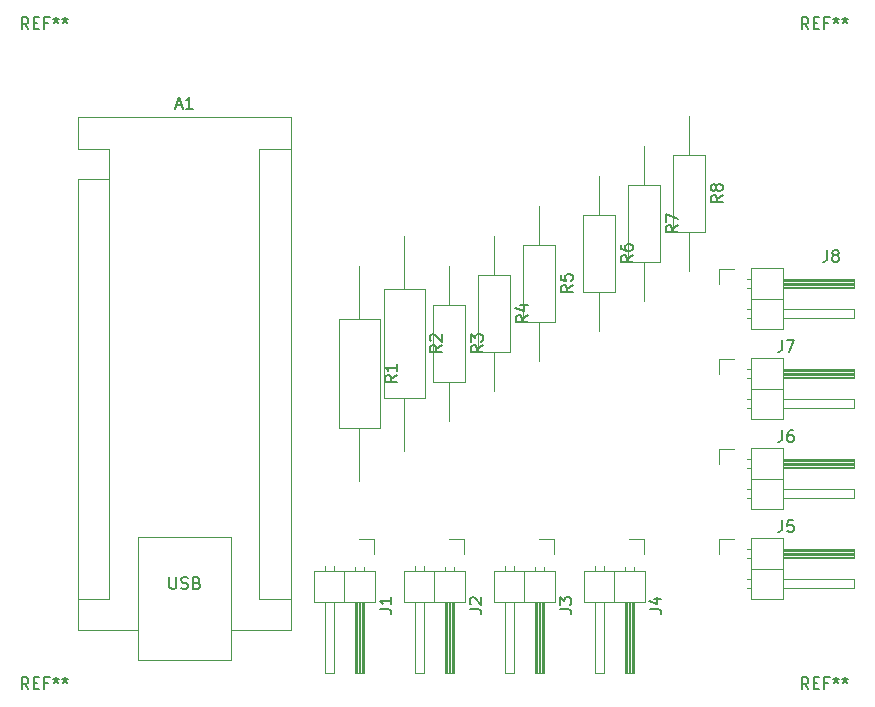
<source format=gbr>
%TF.GenerationSoftware,KiCad,Pcbnew,8.0.6*%
%TF.CreationDate,2025-03-08T18:58:06-08:00*%
%TF.ProjectId,8CH Thermal Monitor,38434820-5468-4657-926d-616c204d6f6e,rev?*%
%TF.SameCoordinates,PX7df6180PY8670810*%
%TF.FileFunction,Legend,Top*%
%TF.FilePolarity,Positive*%
%FSLAX46Y46*%
G04 Gerber Fmt 4.6, Leading zero omitted, Abs format (unit mm)*
G04 Created by KiCad (PCBNEW 8.0.6) date 2025-03-08 18:58:06*
%MOMM*%
%LPD*%
G01*
G04 APERTURE LIST*
%ADD10C,0.150000*%
%ADD11C,0.120000*%
G04 APERTURE END LIST*
D10*
X43464819Y39203334D02*
X42988628Y38870001D01*
X43464819Y38631906D02*
X42464819Y38631906D01*
X42464819Y38631906D02*
X42464819Y39012858D01*
X42464819Y39012858D02*
X42512438Y39108096D01*
X42512438Y39108096D02*
X42560057Y39155715D01*
X42560057Y39155715D02*
X42655295Y39203334D01*
X42655295Y39203334D02*
X42798152Y39203334D01*
X42798152Y39203334D02*
X42893390Y39155715D01*
X42893390Y39155715D02*
X42941009Y39108096D01*
X42941009Y39108096D02*
X42988628Y39012858D01*
X42988628Y39012858D02*
X42988628Y38631906D01*
X42464819Y39536668D02*
X42464819Y40155715D01*
X42464819Y40155715D02*
X42845771Y39822382D01*
X42845771Y39822382D02*
X42845771Y39965239D01*
X42845771Y39965239D02*
X42893390Y40060477D01*
X42893390Y40060477D02*
X42941009Y40108096D01*
X42941009Y40108096D02*
X43036247Y40155715D01*
X43036247Y40155715D02*
X43274342Y40155715D01*
X43274342Y40155715D02*
X43369580Y40108096D01*
X43369580Y40108096D02*
X43417200Y40060477D01*
X43417200Y40060477D02*
X43464819Y39965239D01*
X43464819Y39965239D02*
X43464819Y39679525D01*
X43464819Y39679525D02*
X43417200Y39584287D01*
X43417200Y39584287D02*
X43369580Y39536668D01*
X56164819Y46823334D02*
X55688628Y46490001D01*
X56164819Y46251906D02*
X55164819Y46251906D01*
X55164819Y46251906D02*
X55164819Y46632858D01*
X55164819Y46632858D02*
X55212438Y46728096D01*
X55212438Y46728096D02*
X55260057Y46775715D01*
X55260057Y46775715D02*
X55355295Y46823334D01*
X55355295Y46823334D02*
X55498152Y46823334D01*
X55498152Y46823334D02*
X55593390Y46775715D01*
X55593390Y46775715D02*
X55641009Y46728096D01*
X55641009Y46728096D02*
X55688628Y46632858D01*
X55688628Y46632858D02*
X55688628Y46251906D01*
X55164819Y47680477D02*
X55164819Y47490001D01*
X55164819Y47490001D02*
X55212438Y47394763D01*
X55212438Y47394763D02*
X55260057Y47347144D01*
X55260057Y47347144D02*
X55402914Y47251906D01*
X55402914Y47251906D02*
X55593390Y47204287D01*
X55593390Y47204287D02*
X55974342Y47204287D01*
X55974342Y47204287D02*
X56069580Y47251906D01*
X56069580Y47251906D02*
X56117200Y47299525D01*
X56117200Y47299525D02*
X56164819Y47394763D01*
X56164819Y47394763D02*
X56164819Y47585239D01*
X56164819Y47585239D02*
X56117200Y47680477D01*
X56117200Y47680477D02*
X56069580Y47728096D01*
X56069580Y47728096D02*
X55974342Y47775715D01*
X55974342Y47775715D02*
X55736247Y47775715D01*
X55736247Y47775715D02*
X55641009Y47728096D01*
X55641009Y47728096D02*
X55593390Y47680477D01*
X55593390Y47680477D02*
X55545771Y47585239D01*
X55545771Y47585239D02*
X55545771Y47394763D01*
X55545771Y47394763D02*
X55593390Y47299525D01*
X55593390Y47299525D02*
X55641009Y47251906D01*
X55641009Y47251906D02*
X55736247Y47204287D01*
X68821666Y32025181D02*
X68821666Y31310896D01*
X68821666Y31310896D02*
X68774047Y31168039D01*
X68774047Y31168039D02*
X68678809Y31072800D01*
X68678809Y31072800D02*
X68535952Y31025181D01*
X68535952Y31025181D02*
X68440714Y31025181D01*
X69726428Y32025181D02*
X69535952Y32025181D01*
X69535952Y32025181D02*
X69440714Y31977562D01*
X69440714Y31977562D02*
X69393095Y31929943D01*
X69393095Y31929943D02*
X69297857Y31787086D01*
X69297857Y31787086D02*
X69250238Y31596610D01*
X69250238Y31596610D02*
X69250238Y31215658D01*
X69250238Y31215658D02*
X69297857Y31120420D01*
X69297857Y31120420D02*
X69345476Y31072800D01*
X69345476Y31072800D02*
X69440714Y31025181D01*
X69440714Y31025181D02*
X69631190Y31025181D01*
X69631190Y31025181D02*
X69726428Y31072800D01*
X69726428Y31072800D02*
X69774047Y31120420D01*
X69774047Y31120420D02*
X69821666Y31215658D01*
X69821666Y31215658D02*
X69821666Y31453753D01*
X69821666Y31453753D02*
X69774047Y31548991D01*
X69774047Y31548991D02*
X69726428Y31596610D01*
X69726428Y31596610D02*
X69631190Y31644229D01*
X69631190Y31644229D02*
X69440714Y31644229D01*
X69440714Y31644229D02*
X69345476Y31596610D01*
X69345476Y31596610D02*
X69297857Y31548991D01*
X69297857Y31548991D02*
X69250238Y31453753D01*
X17495714Y59520896D02*
X17971904Y59520896D01*
X17400476Y59235181D02*
X17733809Y60235181D01*
X17733809Y60235181D02*
X18067142Y59235181D01*
X18924285Y59235181D02*
X18352857Y59235181D01*
X18638571Y59235181D02*
X18638571Y60235181D01*
X18638571Y60235181D02*
X18543333Y60092324D01*
X18543333Y60092324D02*
X18448095Y59997086D01*
X18448095Y59997086D02*
X18352857Y59949467D01*
X16948095Y19595181D02*
X16948095Y18785658D01*
X16948095Y18785658D02*
X16995714Y18690420D01*
X16995714Y18690420D02*
X17043333Y18642800D01*
X17043333Y18642800D02*
X17138571Y18595181D01*
X17138571Y18595181D02*
X17329047Y18595181D01*
X17329047Y18595181D02*
X17424285Y18642800D01*
X17424285Y18642800D02*
X17471904Y18690420D01*
X17471904Y18690420D02*
X17519523Y18785658D01*
X17519523Y18785658D02*
X17519523Y19595181D01*
X17948095Y18642800D02*
X18090952Y18595181D01*
X18090952Y18595181D02*
X18329047Y18595181D01*
X18329047Y18595181D02*
X18424285Y18642800D01*
X18424285Y18642800D02*
X18471904Y18690420D01*
X18471904Y18690420D02*
X18519523Y18785658D01*
X18519523Y18785658D02*
X18519523Y18880896D01*
X18519523Y18880896D02*
X18471904Y18976134D01*
X18471904Y18976134D02*
X18424285Y19023753D01*
X18424285Y19023753D02*
X18329047Y19071372D01*
X18329047Y19071372D02*
X18138571Y19118991D01*
X18138571Y19118991D02*
X18043333Y19166610D01*
X18043333Y19166610D02*
X17995714Y19214229D01*
X17995714Y19214229D02*
X17948095Y19309467D01*
X17948095Y19309467D02*
X17948095Y19404705D01*
X17948095Y19404705D02*
X17995714Y19499943D01*
X17995714Y19499943D02*
X18043333Y19547562D01*
X18043333Y19547562D02*
X18138571Y19595181D01*
X18138571Y19595181D02*
X18376666Y19595181D01*
X18376666Y19595181D02*
X18519523Y19547562D01*
X19281428Y19118991D02*
X19424285Y19071372D01*
X19424285Y19071372D02*
X19471904Y19023753D01*
X19471904Y19023753D02*
X19519523Y18928515D01*
X19519523Y18928515D02*
X19519523Y18785658D01*
X19519523Y18785658D02*
X19471904Y18690420D01*
X19471904Y18690420D02*
X19424285Y18642800D01*
X19424285Y18642800D02*
X19329047Y18595181D01*
X19329047Y18595181D02*
X18948095Y18595181D01*
X18948095Y18595181D02*
X18948095Y19595181D01*
X18948095Y19595181D02*
X19281428Y19595181D01*
X19281428Y19595181D02*
X19376666Y19547562D01*
X19376666Y19547562D02*
X19424285Y19499943D01*
X19424285Y19499943D02*
X19471904Y19404705D01*
X19471904Y19404705D02*
X19471904Y19309467D01*
X19471904Y19309467D02*
X19424285Y19214229D01*
X19424285Y19214229D02*
X19376666Y19166610D01*
X19376666Y19166610D02*
X19281428Y19118991D01*
X19281428Y19118991D02*
X18948095Y19118991D01*
X5016666Y65975181D02*
X4683333Y66451372D01*
X4445238Y65975181D02*
X4445238Y66975181D01*
X4445238Y66975181D02*
X4826190Y66975181D01*
X4826190Y66975181D02*
X4921428Y66927562D01*
X4921428Y66927562D02*
X4969047Y66879943D01*
X4969047Y66879943D02*
X5016666Y66784705D01*
X5016666Y66784705D02*
X5016666Y66641848D01*
X5016666Y66641848D02*
X4969047Y66546610D01*
X4969047Y66546610D02*
X4921428Y66498991D01*
X4921428Y66498991D02*
X4826190Y66451372D01*
X4826190Y66451372D02*
X4445238Y66451372D01*
X5445238Y66498991D02*
X5778571Y66498991D01*
X5921428Y65975181D02*
X5445238Y65975181D01*
X5445238Y65975181D02*
X5445238Y66975181D01*
X5445238Y66975181D02*
X5921428Y66975181D01*
X6683333Y66498991D02*
X6350000Y66498991D01*
X6350000Y65975181D02*
X6350000Y66975181D01*
X6350000Y66975181D02*
X6826190Y66975181D01*
X7350000Y66975181D02*
X7350000Y66737086D01*
X7111905Y66832324D02*
X7350000Y66737086D01*
X7350000Y66737086D02*
X7588095Y66832324D01*
X7207143Y66546610D02*
X7350000Y66737086D01*
X7350000Y66737086D02*
X7492857Y66546610D01*
X8111905Y66975181D02*
X8111905Y66737086D01*
X7873810Y66832324D02*
X8111905Y66737086D01*
X8111905Y66737086D02*
X8350000Y66832324D01*
X7969048Y66546610D02*
X8111905Y66737086D01*
X8111905Y66737086D02*
X8254762Y66546610D01*
X72631666Y47265181D02*
X72631666Y46550896D01*
X72631666Y46550896D02*
X72584047Y46408039D01*
X72584047Y46408039D02*
X72488809Y46312800D01*
X72488809Y46312800D02*
X72345952Y46265181D01*
X72345952Y46265181D02*
X72250714Y46265181D01*
X73250714Y46836610D02*
X73155476Y46884229D01*
X73155476Y46884229D02*
X73107857Y46931848D01*
X73107857Y46931848D02*
X73060238Y47027086D01*
X73060238Y47027086D02*
X73060238Y47074705D01*
X73060238Y47074705D02*
X73107857Y47169943D01*
X73107857Y47169943D02*
X73155476Y47217562D01*
X73155476Y47217562D02*
X73250714Y47265181D01*
X73250714Y47265181D02*
X73441190Y47265181D01*
X73441190Y47265181D02*
X73536428Y47217562D01*
X73536428Y47217562D02*
X73584047Y47169943D01*
X73584047Y47169943D02*
X73631666Y47074705D01*
X73631666Y47074705D02*
X73631666Y47027086D01*
X73631666Y47027086D02*
X73584047Y46931848D01*
X73584047Y46931848D02*
X73536428Y46884229D01*
X73536428Y46884229D02*
X73441190Y46836610D01*
X73441190Y46836610D02*
X73250714Y46836610D01*
X73250714Y46836610D02*
X73155476Y46788991D01*
X73155476Y46788991D02*
X73107857Y46741372D01*
X73107857Y46741372D02*
X73060238Y46646134D01*
X73060238Y46646134D02*
X73060238Y46455658D01*
X73060238Y46455658D02*
X73107857Y46360420D01*
X73107857Y46360420D02*
X73155476Y46312800D01*
X73155476Y46312800D02*
X73250714Y46265181D01*
X73250714Y46265181D02*
X73441190Y46265181D01*
X73441190Y46265181D02*
X73536428Y46312800D01*
X73536428Y46312800D02*
X73584047Y46360420D01*
X73584047Y46360420D02*
X73631666Y46455658D01*
X73631666Y46455658D02*
X73631666Y46646134D01*
X73631666Y46646134D02*
X73584047Y46741372D01*
X73584047Y46741372D02*
X73536428Y46788991D01*
X73536428Y46788991D02*
X73441190Y46836610D01*
X5016666Y10095181D02*
X4683333Y10571372D01*
X4445238Y10095181D02*
X4445238Y11095181D01*
X4445238Y11095181D02*
X4826190Y11095181D01*
X4826190Y11095181D02*
X4921428Y11047562D01*
X4921428Y11047562D02*
X4969047Y10999943D01*
X4969047Y10999943D02*
X5016666Y10904705D01*
X5016666Y10904705D02*
X5016666Y10761848D01*
X5016666Y10761848D02*
X4969047Y10666610D01*
X4969047Y10666610D02*
X4921428Y10618991D01*
X4921428Y10618991D02*
X4826190Y10571372D01*
X4826190Y10571372D02*
X4445238Y10571372D01*
X5445238Y10618991D02*
X5778571Y10618991D01*
X5921428Y10095181D02*
X5445238Y10095181D01*
X5445238Y10095181D02*
X5445238Y11095181D01*
X5445238Y11095181D02*
X5921428Y11095181D01*
X6683333Y10618991D02*
X6350000Y10618991D01*
X6350000Y10095181D02*
X6350000Y11095181D01*
X6350000Y11095181D02*
X6826190Y11095181D01*
X7350000Y11095181D02*
X7350000Y10857086D01*
X7111905Y10952324D02*
X7350000Y10857086D01*
X7350000Y10857086D02*
X7588095Y10952324D01*
X7207143Y10666610D02*
X7350000Y10857086D01*
X7350000Y10857086D02*
X7492857Y10666610D01*
X8111905Y11095181D02*
X8111905Y10857086D01*
X7873810Y10952324D02*
X8111905Y10857086D01*
X8111905Y10857086D02*
X8350000Y10952324D01*
X7969048Y10666610D02*
X8111905Y10857086D01*
X8111905Y10857086D02*
X8254762Y10666610D01*
X71056666Y65975181D02*
X70723333Y66451372D01*
X70485238Y65975181D02*
X70485238Y66975181D01*
X70485238Y66975181D02*
X70866190Y66975181D01*
X70866190Y66975181D02*
X70961428Y66927562D01*
X70961428Y66927562D02*
X71009047Y66879943D01*
X71009047Y66879943D02*
X71056666Y66784705D01*
X71056666Y66784705D02*
X71056666Y66641848D01*
X71056666Y66641848D02*
X71009047Y66546610D01*
X71009047Y66546610D02*
X70961428Y66498991D01*
X70961428Y66498991D02*
X70866190Y66451372D01*
X70866190Y66451372D02*
X70485238Y66451372D01*
X71485238Y66498991D02*
X71818571Y66498991D01*
X71961428Y65975181D02*
X71485238Y65975181D01*
X71485238Y65975181D02*
X71485238Y66975181D01*
X71485238Y66975181D02*
X71961428Y66975181D01*
X72723333Y66498991D02*
X72390000Y66498991D01*
X72390000Y65975181D02*
X72390000Y66975181D01*
X72390000Y66975181D02*
X72866190Y66975181D01*
X73390000Y66975181D02*
X73390000Y66737086D01*
X73151905Y66832324D02*
X73390000Y66737086D01*
X73390000Y66737086D02*
X73628095Y66832324D01*
X73247143Y66546610D02*
X73390000Y66737086D01*
X73390000Y66737086D02*
X73532857Y66546610D01*
X74151905Y66975181D02*
X74151905Y66737086D01*
X73913810Y66832324D02*
X74151905Y66737086D01*
X74151905Y66737086D02*
X74390000Y66832324D01*
X74009048Y66546610D02*
X74151905Y66737086D01*
X74151905Y66737086D02*
X74294762Y66546610D01*
X57604819Y16871667D02*
X58319104Y16871667D01*
X58319104Y16871667D02*
X58461961Y16824048D01*
X58461961Y16824048D02*
X58557200Y16728810D01*
X58557200Y16728810D02*
X58604819Y16585953D01*
X58604819Y16585953D02*
X58604819Y16490715D01*
X57938152Y17776429D02*
X58604819Y17776429D01*
X57557200Y17538334D02*
X58271485Y17300239D01*
X58271485Y17300239D02*
X58271485Y17919286D01*
X71056666Y10095181D02*
X70723333Y10571372D01*
X70485238Y10095181D02*
X70485238Y11095181D01*
X70485238Y11095181D02*
X70866190Y11095181D01*
X70866190Y11095181D02*
X70961428Y11047562D01*
X70961428Y11047562D02*
X71009047Y10999943D01*
X71009047Y10999943D02*
X71056666Y10904705D01*
X71056666Y10904705D02*
X71056666Y10761848D01*
X71056666Y10761848D02*
X71009047Y10666610D01*
X71009047Y10666610D02*
X70961428Y10618991D01*
X70961428Y10618991D02*
X70866190Y10571372D01*
X70866190Y10571372D02*
X70485238Y10571372D01*
X71485238Y10618991D02*
X71818571Y10618991D01*
X71961428Y10095181D02*
X71485238Y10095181D01*
X71485238Y10095181D02*
X71485238Y11095181D01*
X71485238Y11095181D02*
X71961428Y11095181D01*
X72723333Y10618991D02*
X72390000Y10618991D01*
X72390000Y10095181D02*
X72390000Y11095181D01*
X72390000Y11095181D02*
X72866190Y11095181D01*
X73390000Y11095181D02*
X73390000Y10857086D01*
X73151905Y10952324D02*
X73390000Y10857086D01*
X73390000Y10857086D02*
X73628095Y10952324D01*
X73247143Y10666610D02*
X73390000Y10857086D01*
X73390000Y10857086D02*
X73532857Y10666610D01*
X74151905Y11095181D02*
X74151905Y10857086D01*
X73913810Y10952324D02*
X74151905Y10857086D01*
X74151905Y10857086D02*
X74390000Y10952324D01*
X74009048Y10666610D02*
X74151905Y10857086D01*
X74151905Y10857086D02*
X74294762Y10666610D01*
X49984819Y16871667D02*
X50699104Y16871667D01*
X50699104Y16871667D02*
X50841961Y16824048D01*
X50841961Y16824048D02*
X50937200Y16728810D01*
X50937200Y16728810D02*
X50984819Y16585953D01*
X50984819Y16585953D02*
X50984819Y16490715D01*
X49984819Y17252620D02*
X49984819Y17871667D01*
X49984819Y17871667D02*
X50365771Y17538334D01*
X50365771Y17538334D02*
X50365771Y17681191D01*
X50365771Y17681191D02*
X50413390Y17776429D01*
X50413390Y17776429D02*
X50461009Y17824048D01*
X50461009Y17824048D02*
X50556247Y17871667D01*
X50556247Y17871667D02*
X50794342Y17871667D01*
X50794342Y17871667D02*
X50889580Y17824048D01*
X50889580Y17824048D02*
X50937200Y17776429D01*
X50937200Y17776429D02*
X50984819Y17681191D01*
X50984819Y17681191D02*
X50984819Y17395477D01*
X50984819Y17395477D02*
X50937200Y17300239D01*
X50937200Y17300239D02*
X50889580Y17252620D01*
X36194819Y36663334D02*
X35718628Y36330001D01*
X36194819Y36091906D02*
X35194819Y36091906D01*
X35194819Y36091906D02*
X35194819Y36472858D01*
X35194819Y36472858D02*
X35242438Y36568096D01*
X35242438Y36568096D02*
X35290057Y36615715D01*
X35290057Y36615715D02*
X35385295Y36663334D01*
X35385295Y36663334D02*
X35528152Y36663334D01*
X35528152Y36663334D02*
X35623390Y36615715D01*
X35623390Y36615715D02*
X35671009Y36568096D01*
X35671009Y36568096D02*
X35718628Y36472858D01*
X35718628Y36472858D02*
X35718628Y36091906D01*
X36194819Y37615715D02*
X36194819Y37044287D01*
X36194819Y37330001D02*
X35194819Y37330001D01*
X35194819Y37330001D02*
X35337676Y37234763D01*
X35337676Y37234763D02*
X35432914Y37139525D01*
X35432914Y37139525D02*
X35480533Y37044287D01*
X68821666Y24405181D02*
X68821666Y23690896D01*
X68821666Y23690896D02*
X68774047Y23548039D01*
X68774047Y23548039D02*
X68678809Y23452800D01*
X68678809Y23452800D02*
X68535952Y23405181D01*
X68535952Y23405181D02*
X68440714Y23405181D01*
X69774047Y24405181D02*
X69297857Y24405181D01*
X69297857Y24405181D02*
X69250238Y23928991D01*
X69250238Y23928991D02*
X69297857Y23976610D01*
X69297857Y23976610D02*
X69393095Y24024229D01*
X69393095Y24024229D02*
X69631190Y24024229D01*
X69631190Y24024229D02*
X69726428Y23976610D01*
X69726428Y23976610D02*
X69774047Y23928991D01*
X69774047Y23928991D02*
X69821666Y23833753D01*
X69821666Y23833753D02*
X69821666Y23595658D01*
X69821666Y23595658D02*
X69774047Y23500420D01*
X69774047Y23500420D02*
X69726428Y23452800D01*
X69726428Y23452800D02*
X69631190Y23405181D01*
X69631190Y23405181D02*
X69393095Y23405181D01*
X69393095Y23405181D02*
X69297857Y23452800D01*
X69297857Y23452800D02*
X69250238Y23500420D01*
X40004819Y39203334D02*
X39528628Y38870001D01*
X40004819Y38631906D02*
X39004819Y38631906D01*
X39004819Y38631906D02*
X39004819Y39012858D01*
X39004819Y39012858D02*
X39052438Y39108096D01*
X39052438Y39108096D02*
X39100057Y39155715D01*
X39100057Y39155715D02*
X39195295Y39203334D01*
X39195295Y39203334D02*
X39338152Y39203334D01*
X39338152Y39203334D02*
X39433390Y39155715D01*
X39433390Y39155715D02*
X39481009Y39108096D01*
X39481009Y39108096D02*
X39528628Y39012858D01*
X39528628Y39012858D02*
X39528628Y38631906D01*
X39100057Y39584287D02*
X39052438Y39631906D01*
X39052438Y39631906D02*
X39004819Y39727144D01*
X39004819Y39727144D02*
X39004819Y39965239D01*
X39004819Y39965239D02*
X39052438Y40060477D01*
X39052438Y40060477D02*
X39100057Y40108096D01*
X39100057Y40108096D02*
X39195295Y40155715D01*
X39195295Y40155715D02*
X39290533Y40155715D01*
X39290533Y40155715D02*
X39433390Y40108096D01*
X39433390Y40108096D02*
X40004819Y39536668D01*
X40004819Y39536668D02*
X40004819Y40155715D01*
X68821666Y39645181D02*
X68821666Y38930896D01*
X68821666Y38930896D02*
X68774047Y38788039D01*
X68774047Y38788039D02*
X68678809Y38692800D01*
X68678809Y38692800D02*
X68535952Y38645181D01*
X68535952Y38645181D02*
X68440714Y38645181D01*
X69202619Y39645181D02*
X69869285Y39645181D01*
X69869285Y39645181D02*
X69440714Y38645181D01*
X59974819Y49363334D02*
X59498628Y49030001D01*
X59974819Y48791906D02*
X58974819Y48791906D01*
X58974819Y48791906D02*
X58974819Y49172858D01*
X58974819Y49172858D02*
X59022438Y49268096D01*
X59022438Y49268096D02*
X59070057Y49315715D01*
X59070057Y49315715D02*
X59165295Y49363334D01*
X59165295Y49363334D02*
X59308152Y49363334D01*
X59308152Y49363334D02*
X59403390Y49315715D01*
X59403390Y49315715D02*
X59451009Y49268096D01*
X59451009Y49268096D02*
X59498628Y49172858D01*
X59498628Y49172858D02*
X59498628Y48791906D01*
X58974819Y49696668D02*
X58974819Y50363334D01*
X58974819Y50363334D02*
X59974819Y49934763D01*
X47274819Y41743334D02*
X46798628Y41410001D01*
X47274819Y41171906D02*
X46274819Y41171906D01*
X46274819Y41171906D02*
X46274819Y41552858D01*
X46274819Y41552858D02*
X46322438Y41648096D01*
X46322438Y41648096D02*
X46370057Y41695715D01*
X46370057Y41695715D02*
X46465295Y41743334D01*
X46465295Y41743334D02*
X46608152Y41743334D01*
X46608152Y41743334D02*
X46703390Y41695715D01*
X46703390Y41695715D02*
X46751009Y41648096D01*
X46751009Y41648096D02*
X46798628Y41552858D01*
X46798628Y41552858D02*
X46798628Y41171906D01*
X46608152Y42600477D02*
X47274819Y42600477D01*
X46227200Y42362382D02*
X46941485Y42124287D01*
X46941485Y42124287D02*
X46941485Y42743334D01*
X51084819Y44283334D02*
X50608628Y43950001D01*
X51084819Y43711906D02*
X50084819Y43711906D01*
X50084819Y43711906D02*
X50084819Y44092858D01*
X50084819Y44092858D02*
X50132438Y44188096D01*
X50132438Y44188096D02*
X50180057Y44235715D01*
X50180057Y44235715D02*
X50275295Y44283334D01*
X50275295Y44283334D02*
X50418152Y44283334D01*
X50418152Y44283334D02*
X50513390Y44235715D01*
X50513390Y44235715D02*
X50561009Y44188096D01*
X50561009Y44188096D02*
X50608628Y44092858D01*
X50608628Y44092858D02*
X50608628Y43711906D01*
X50084819Y45188096D02*
X50084819Y44711906D01*
X50084819Y44711906D02*
X50561009Y44664287D01*
X50561009Y44664287D02*
X50513390Y44711906D01*
X50513390Y44711906D02*
X50465771Y44807144D01*
X50465771Y44807144D02*
X50465771Y45045239D01*
X50465771Y45045239D02*
X50513390Y45140477D01*
X50513390Y45140477D02*
X50561009Y45188096D01*
X50561009Y45188096D02*
X50656247Y45235715D01*
X50656247Y45235715D02*
X50894342Y45235715D01*
X50894342Y45235715D02*
X50989580Y45188096D01*
X50989580Y45188096D02*
X51037200Y45140477D01*
X51037200Y45140477D02*
X51084819Y45045239D01*
X51084819Y45045239D02*
X51084819Y44807144D01*
X51084819Y44807144D02*
X51037200Y44711906D01*
X51037200Y44711906D02*
X50989580Y44664287D01*
X34744819Y16871667D02*
X35459104Y16871667D01*
X35459104Y16871667D02*
X35601961Y16824048D01*
X35601961Y16824048D02*
X35697200Y16728810D01*
X35697200Y16728810D02*
X35744819Y16585953D01*
X35744819Y16585953D02*
X35744819Y16490715D01*
X35744819Y17871667D02*
X35744819Y17300239D01*
X35744819Y17585953D02*
X34744819Y17585953D01*
X34744819Y17585953D02*
X34887676Y17490715D01*
X34887676Y17490715D02*
X34982914Y17395477D01*
X34982914Y17395477D02*
X35030533Y17300239D01*
X42364819Y16871667D02*
X43079104Y16871667D01*
X43079104Y16871667D02*
X43221961Y16824048D01*
X43221961Y16824048D02*
X43317200Y16728810D01*
X43317200Y16728810D02*
X43364819Y16585953D01*
X43364819Y16585953D02*
X43364819Y16490715D01*
X42460057Y17300239D02*
X42412438Y17347858D01*
X42412438Y17347858D02*
X42364819Y17443096D01*
X42364819Y17443096D02*
X42364819Y17681191D01*
X42364819Y17681191D02*
X42412438Y17776429D01*
X42412438Y17776429D02*
X42460057Y17824048D01*
X42460057Y17824048D02*
X42555295Y17871667D01*
X42555295Y17871667D02*
X42650533Y17871667D01*
X42650533Y17871667D02*
X42793390Y17824048D01*
X42793390Y17824048D02*
X43364819Y17252620D01*
X43364819Y17252620D02*
X43364819Y17871667D01*
X63784819Y51903334D02*
X63308628Y51570001D01*
X63784819Y51331906D02*
X62784819Y51331906D01*
X62784819Y51331906D02*
X62784819Y51712858D01*
X62784819Y51712858D02*
X62832438Y51808096D01*
X62832438Y51808096D02*
X62880057Y51855715D01*
X62880057Y51855715D02*
X62975295Y51903334D01*
X62975295Y51903334D02*
X63118152Y51903334D01*
X63118152Y51903334D02*
X63213390Y51855715D01*
X63213390Y51855715D02*
X63261009Y51808096D01*
X63261009Y51808096D02*
X63308628Y51712858D01*
X63308628Y51712858D02*
X63308628Y51331906D01*
X63213390Y52474763D02*
X63165771Y52379525D01*
X63165771Y52379525D02*
X63118152Y52331906D01*
X63118152Y52331906D02*
X63022914Y52284287D01*
X63022914Y52284287D02*
X62975295Y52284287D01*
X62975295Y52284287D02*
X62880057Y52331906D01*
X62880057Y52331906D02*
X62832438Y52379525D01*
X62832438Y52379525D02*
X62784819Y52474763D01*
X62784819Y52474763D02*
X62784819Y52665239D01*
X62784819Y52665239D02*
X62832438Y52760477D01*
X62832438Y52760477D02*
X62880057Y52808096D01*
X62880057Y52808096D02*
X62975295Y52855715D01*
X62975295Y52855715D02*
X63022914Y52855715D01*
X63022914Y52855715D02*
X63118152Y52808096D01*
X63118152Y52808096D02*
X63165771Y52760477D01*
X63165771Y52760477D02*
X63213390Y52665239D01*
X63213390Y52665239D02*
X63213390Y52474763D01*
X63213390Y52474763D02*
X63261009Y52379525D01*
X63261009Y52379525D02*
X63308628Y52331906D01*
X63308628Y52331906D02*
X63403866Y52284287D01*
X63403866Y52284287D02*
X63594342Y52284287D01*
X63594342Y52284287D02*
X63689580Y52331906D01*
X63689580Y52331906D02*
X63737200Y52379525D01*
X63737200Y52379525D02*
X63784819Y52474763D01*
X63784819Y52474763D02*
X63784819Y52665239D01*
X63784819Y52665239D02*
X63737200Y52760477D01*
X63737200Y52760477D02*
X63689580Y52808096D01*
X63689580Y52808096D02*
X63594342Y52855715D01*
X63594342Y52855715D02*
X63403866Y52855715D01*
X63403866Y52855715D02*
X63308628Y52808096D01*
X63308628Y52808096D02*
X63261009Y52760477D01*
X63261009Y52760477D02*
X63213390Y52665239D01*
D11*
%TO.C,R3*%
X39270000Y42640000D02*
X39270000Y36100000D01*
X39270000Y36100000D02*
X42010000Y36100000D01*
X40640000Y45950000D02*
X40640000Y42640000D01*
X40640000Y32790000D02*
X40640000Y36100000D01*
X42010000Y42640000D02*
X39270000Y42640000D01*
X42010000Y36100000D02*
X42010000Y42640000D01*
%TO.C,R6*%
X51970000Y50260000D02*
X51970000Y43720000D01*
X51970000Y43720000D02*
X54710000Y43720000D01*
X53340000Y53570000D02*
X53340000Y50260000D01*
X53340000Y40410000D02*
X53340000Y43720000D01*
X54710000Y50260000D02*
X51970000Y50260000D01*
X54710000Y43720000D02*
X54710000Y50260000D01*
%TO.C,J6*%
X63500000Y30480000D02*
X64770000Y30480000D01*
X63500000Y29210000D02*
X63500000Y30480000D01*
X65812929Y27050000D02*
X66210000Y27050000D01*
X65812929Y26290000D02*
X66210000Y26290000D01*
X65880000Y29590000D02*
X66210000Y29590000D01*
X65880000Y28830000D02*
X66210000Y28830000D01*
X66210000Y30540000D02*
X66210000Y25340000D01*
X66210000Y27940000D02*
X68870000Y27940000D01*
X66210000Y25340000D02*
X68870000Y25340000D01*
X68870000Y30540000D02*
X66210000Y30540000D01*
X68870000Y29590000D02*
X74870000Y29590000D01*
X68870000Y29530000D02*
X74870000Y29530000D01*
X68870000Y29410000D02*
X74870000Y29410000D01*
X68870000Y29290000D02*
X74870000Y29290000D01*
X68870000Y29170000D02*
X74870000Y29170000D01*
X68870000Y29050000D02*
X74870000Y29050000D01*
X68870000Y28930000D02*
X74870000Y28930000D01*
X68870000Y27050000D02*
X74870000Y27050000D01*
X68870000Y25340000D02*
X68870000Y30540000D01*
X74870000Y29590000D02*
X74870000Y28830000D01*
X74870000Y28830000D02*
X68870000Y28830000D01*
X74870000Y27050000D02*
X74870000Y26290000D01*
X74870000Y26290000D02*
X68870000Y26290000D01*
%TO.C,A1*%
X9190000Y58550000D02*
X9190000Y55880000D01*
X9190000Y53340000D02*
X9190000Y15110000D01*
X9190000Y15110000D02*
X14270000Y15110000D01*
X11860000Y55880000D02*
X9190000Y55880000D01*
X11860000Y53340000D02*
X9190000Y53340000D01*
X11860000Y53340000D02*
X11860000Y55880000D01*
X11860000Y53340000D02*
X11860000Y17780000D01*
X11860000Y17780000D02*
X9190000Y17780000D01*
X14270000Y22990000D02*
X22150000Y22990000D01*
X14270000Y12570000D02*
X14270000Y22990000D01*
X22150000Y22990000D02*
X22150000Y12570000D01*
X22150000Y12570000D02*
X14270000Y12570000D01*
X24560000Y55880000D02*
X24560000Y17780000D01*
X24560000Y55880000D02*
X27230000Y55880000D01*
X24560000Y17780000D02*
X27230000Y17780000D01*
X27230000Y58550000D02*
X9190000Y58550000D01*
X27230000Y15110000D02*
X22150000Y15110000D01*
X27230000Y15110000D02*
X27230000Y58550000D01*
%TO.C,J8*%
X63500000Y45720000D02*
X64770000Y45720000D01*
X63500000Y44450000D02*
X63500000Y45720000D01*
X65812929Y42290000D02*
X66210000Y42290000D01*
X65812929Y41530000D02*
X66210000Y41530000D01*
X65880000Y44830000D02*
X66210000Y44830000D01*
X65880000Y44070000D02*
X66210000Y44070000D01*
X66210000Y45780000D02*
X66210000Y40580000D01*
X66210000Y43180000D02*
X68870000Y43180000D01*
X66210000Y40580000D02*
X68870000Y40580000D01*
X68870000Y45780000D02*
X66210000Y45780000D01*
X68870000Y44830000D02*
X74870000Y44830000D01*
X68870000Y44770000D02*
X74870000Y44770000D01*
X68870000Y44650000D02*
X74870000Y44650000D01*
X68870000Y44530000D02*
X74870000Y44530000D01*
X68870000Y44410000D02*
X74870000Y44410000D01*
X68870000Y44290000D02*
X74870000Y44290000D01*
X68870000Y44170000D02*
X74870000Y44170000D01*
X68870000Y42290000D02*
X74870000Y42290000D01*
X68870000Y40580000D02*
X68870000Y45780000D01*
X74870000Y44830000D02*
X74870000Y44070000D01*
X74870000Y44070000D02*
X68870000Y44070000D01*
X74870000Y42290000D02*
X74870000Y41530000D01*
X74870000Y41530000D02*
X68870000Y41530000D01*
%TO.C,J4*%
X52010000Y20150000D02*
X52010000Y17490000D01*
X52010000Y17490000D02*
X57210000Y17490000D01*
X52960000Y20547071D02*
X52960000Y20150000D01*
X52960000Y11490000D02*
X52960000Y17490000D01*
X53720000Y20547071D02*
X53720000Y20150000D01*
X53720000Y17490000D02*
X53720000Y11490000D01*
X53720000Y11490000D02*
X52960000Y11490000D01*
X54610000Y20150000D02*
X54610000Y17490000D01*
X55500000Y20480000D02*
X55500000Y20150000D01*
X55500000Y11490000D02*
X55500000Y17490000D01*
X55600000Y17490000D02*
X55600000Y11490000D01*
X55720000Y17490000D02*
X55720000Y11490000D01*
X55840000Y17490000D02*
X55840000Y11490000D01*
X55880000Y22860000D02*
X57150000Y22860000D01*
X55960000Y17490000D02*
X55960000Y11490000D01*
X56080000Y17490000D02*
X56080000Y11490000D01*
X56200000Y17490000D02*
X56200000Y11490000D01*
X56260000Y20480000D02*
X56260000Y20150000D01*
X56260000Y17490000D02*
X56260000Y11490000D01*
X56260000Y11490000D02*
X55500000Y11490000D01*
X57150000Y22860000D02*
X57150000Y21590000D01*
X57210000Y20150000D02*
X52010000Y20150000D01*
X57210000Y17490000D02*
X57210000Y20150000D01*
%TO.C,J3*%
X44390000Y20150000D02*
X44390000Y17490000D01*
X44390000Y17490000D02*
X49590000Y17490000D01*
X45340000Y20547071D02*
X45340000Y20150000D01*
X45340000Y11490000D02*
X45340000Y17490000D01*
X46100000Y20547071D02*
X46100000Y20150000D01*
X46100000Y17490000D02*
X46100000Y11490000D01*
X46100000Y11490000D02*
X45340000Y11490000D01*
X46990000Y20150000D02*
X46990000Y17490000D01*
X47880000Y20480000D02*
X47880000Y20150000D01*
X47880000Y11490000D02*
X47880000Y17490000D01*
X47980000Y17490000D02*
X47980000Y11490000D01*
X48100000Y17490000D02*
X48100000Y11490000D01*
X48220000Y17490000D02*
X48220000Y11490000D01*
X48260000Y22860000D02*
X49530000Y22860000D01*
X48340000Y17490000D02*
X48340000Y11490000D01*
X48460000Y17490000D02*
X48460000Y11490000D01*
X48580000Y17490000D02*
X48580000Y11490000D01*
X48640000Y20480000D02*
X48640000Y20150000D01*
X48640000Y17490000D02*
X48640000Y11490000D01*
X48640000Y11490000D02*
X47880000Y11490000D01*
X49530000Y22860000D02*
X49530000Y21590000D01*
X49590000Y20150000D02*
X44390000Y20150000D01*
X49590000Y17490000D02*
X49590000Y20150000D01*
%TO.C,R1*%
X31300000Y41450000D02*
X31300000Y32210000D01*
X31300000Y32210000D02*
X34740000Y32210000D01*
X33020000Y45950000D02*
X33020000Y41450000D01*
X33020000Y27710000D02*
X33020000Y32210000D01*
X34740000Y41450000D02*
X31300000Y41450000D01*
X34740000Y32210000D02*
X34740000Y41450000D01*
%TO.C,J5*%
X63500000Y22860000D02*
X64770000Y22860000D01*
X63500000Y21590000D02*
X63500000Y22860000D01*
X65812929Y19430000D02*
X66210000Y19430000D01*
X65812929Y18670000D02*
X66210000Y18670000D01*
X65880000Y21970000D02*
X66210000Y21970000D01*
X65880000Y21210000D02*
X66210000Y21210000D01*
X66210000Y22920000D02*
X66210000Y17720000D01*
X66210000Y20320000D02*
X68870000Y20320000D01*
X66210000Y17720000D02*
X68870000Y17720000D01*
X68870000Y22920000D02*
X66210000Y22920000D01*
X68870000Y21970000D02*
X74870000Y21970000D01*
X68870000Y21910000D02*
X74870000Y21910000D01*
X68870000Y21790000D02*
X74870000Y21790000D01*
X68870000Y21670000D02*
X74870000Y21670000D01*
X68870000Y21550000D02*
X74870000Y21550000D01*
X68870000Y21430000D02*
X74870000Y21430000D01*
X68870000Y21310000D02*
X74870000Y21310000D01*
X68870000Y19430000D02*
X74870000Y19430000D01*
X68870000Y17720000D02*
X68870000Y22920000D01*
X74870000Y21970000D02*
X74870000Y21210000D01*
X74870000Y21210000D02*
X68870000Y21210000D01*
X74870000Y19430000D02*
X74870000Y18670000D01*
X74870000Y18670000D02*
X68870000Y18670000D01*
%TO.C,R2*%
X35110000Y43990000D02*
X35110000Y34750000D01*
X35110000Y34750000D02*
X38550000Y34750000D01*
X36830000Y48490000D02*
X36830000Y43990000D01*
X36830000Y30250000D02*
X36830000Y34750000D01*
X38550000Y43990000D02*
X35110000Y43990000D01*
X38550000Y34750000D02*
X38550000Y43990000D01*
%TO.C,J7*%
X63500000Y38100000D02*
X64770000Y38100000D01*
X63500000Y36830000D02*
X63500000Y38100000D01*
X65812929Y34670000D02*
X66210000Y34670000D01*
X65812929Y33910000D02*
X66210000Y33910000D01*
X65880000Y37210000D02*
X66210000Y37210000D01*
X65880000Y36450000D02*
X66210000Y36450000D01*
X66210000Y38160000D02*
X66210000Y32960000D01*
X66210000Y35560000D02*
X68870000Y35560000D01*
X66210000Y32960000D02*
X68870000Y32960000D01*
X68870000Y38160000D02*
X66210000Y38160000D01*
X68870000Y37210000D02*
X74870000Y37210000D01*
X68870000Y37150000D02*
X74870000Y37150000D01*
X68870000Y37030000D02*
X74870000Y37030000D01*
X68870000Y36910000D02*
X74870000Y36910000D01*
X68870000Y36790000D02*
X74870000Y36790000D01*
X68870000Y36670000D02*
X74870000Y36670000D01*
X68870000Y36550000D02*
X74870000Y36550000D01*
X68870000Y34670000D02*
X74870000Y34670000D01*
X68870000Y32960000D02*
X68870000Y38160000D01*
X74870000Y37210000D02*
X74870000Y36450000D01*
X74870000Y36450000D02*
X68870000Y36450000D01*
X74870000Y34670000D02*
X74870000Y33910000D01*
X74870000Y33910000D02*
X68870000Y33910000D01*
%TO.C,R7*%
X55780000Y52800000D02*
X55780000Y46260000D01*
X55780000Y46260000D02*
X58520000Y46260000D01*
X57150000Y56110000D02*
X57150000Y52800000D01*
X57150000Y42950000D02*
X57150000Y46260000D01*
X58520000Y52800000D02*
X55780000Y52800000D01*
X58520000Y46260000D02*
X58520000Y52800000D01*
%TO.C,R4*%
X43080000Y45180000D02*
X43080000Y38640000D01*
X43080000Y38640000D02*
X45820000Y38640000D01*
X44450000Y48490000D02*
X44450000Y45180000D01*
X44450000Y35330000D02*
X44450000Y38640000D01*
X45820000Y45180000D02*
X43080000Y45180000D01*
X45820000Y38640000D02*
X45820000Y45180000D01*
%TO.C,R5*%
X46890000Y47720000D02*
X46890000Y41180000D01*
X46890000Y41180000D02*
X49630000Y41180000D01*
X48260000Y51030000D02*
X48260000Y47720000D01*
X48260000Y37870000D02*
X48260000Y41180000D01*
X49630000Y47720000D02*
X46890000Y47720000D01*
X49630000Y41180000D02*
X49630000Y47720000D01*
%TO.C,J1*%
X29150000Y20150000D02*
X29150000Y17490000D01*
X29150000Y17490000D02*
X34350000Y17490000D01*
X30100000Y20547071D02*
X30100000Y20150000D01*
X30100000Y11490000D02*
X30100000Y17490000D01*
X30860000Y20547071D02*
X30860000Y20150000D01*
X30860000Y17490000D02*
X30860000Y11490000D01*
X30860000Y11490000D02*
X30100000Y11490000D01*
X31750000Y20150000D02*
X31750000Y17490000D01*
X32640000Y20480000D02*
X32640000Y20150000D01*
X32640000Y11490000D02*
X32640000Y17490000D01*
X32740000Y17490000D02*
X32740000Y11490000D01*
X32860000Y17490000D02*
X32860000Y11490000D01*
X32980000Y17490000D02*
X32980000Y11490000D01*
X33020000Y22860000D02*
X34290000Y22860000D01*
X33100000Y17490000D02*
X33100000Y11490000D01*
X33220000Y17490000D02*
X33220000Y11490000D01*
X33340000Y17490000D02*
X33340000Y11490000D01*
X33400000Y20480000D02*
X33400000Y20150000D01*
X33400000Y17490000D02*
X33400000Y11490000D01*
X33400000Y11490000D02*
X32640000Y11490000D01*
X34290000Y22860000D02*
X34290000Y21590000D01*
X34350000Y20150000D02*
X29150000Y20150000D01*
X34350000Y17490000D02*
X34350000Y20150000D01*
%TO.C,J2*%
X36770000Y20150000D02*
X36770000Y17490000D01*
X36770000Y17490000D02*
X41970000Y17490000D01*
X37720000Y20547071D02*
X37720000Y20150000D01*
X37720000Y11490000D02*
X37720000Y17490000D01*
X38480000Y20547071D02*
X38480000Y20150000D01*
X38480000Y17490000D02*
X38480000Y11490000D01*
X38480000Y11490000D02*
X37720000Y11490000D01*
X39370000Y20150000D02*
X39370000Y17490000D01*
X40260000Y20480000D02*
X40260000Y20150000D01*
X40260000Y11490000D02*
X40260000Y17490000D01*
X40360000Y17490000D02*
X40360000Y11490000D01*
X40480000Y17490000D02*
X40480000Y11490000D01*
X40600000Y17490000D02*
X40600000Y11490000D01*
X40640000Y22860000D02*
X41910000Y22860000D01*
X40720000Y17490000D02*
X40720000Y11490000D01*
X40840000Y17490000D02*
X40840000Y11490000D01*
X40960000Y17490000D02*
X40960000Y11490000D01*
X41020000Y20480000D02*
X41020000Y20150000D01*
X41020000Y17490000D02*
X41020000Y11490000D01*
X41020000Y11490000D02*
X40260000Y11490000D01*
X41910000Y22860000D02*
X41910000Y21590000D01*
X41970000Y20150000D02*
X36770000Y20150000D01*
X41970000Y17490000D02*
X41970000Y20150000D01*
%TO.C,R8*%
X59590000Y55340000D02*
X59590000Y48800000D01*
X59590000Y48800000D02*
X62330000Y48800000D01*
X60960000Y58650000D02*
X60960000Y55340000D01*
X60960000Y45490000D02*
X60960000Y48800000D01*
X62330000Y55340000D02*
X59590000Y55340000D01*
X62330000Y48800000D02*
X62330000Y55340000D01*
%TD*%
M02*

</source>
